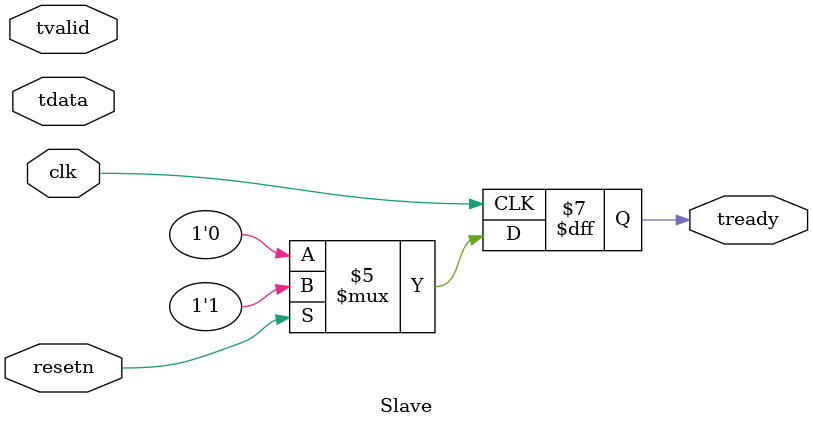
<source format=v>
`timescale 1ns / 1ps

module Slave #
    ( parameter DATA_WIDTH = 8)
(
    input  wire                   clk,
    input  wire                   resetn,   // active-low reset
    input  wire [DATA_WIDTH-1:0]  tdata,
    input  wire                   tvalid,
    output reg                    tready
);

    always @(posedge clk) begin
        if (!resetn) begin
            tready <= 0;
        end
        else begin
            tready <= 1;

            if (tvalid && tready) begin
                $display("Received data: %d", tdata);
            end
        end
    end

endmodule

</source>
